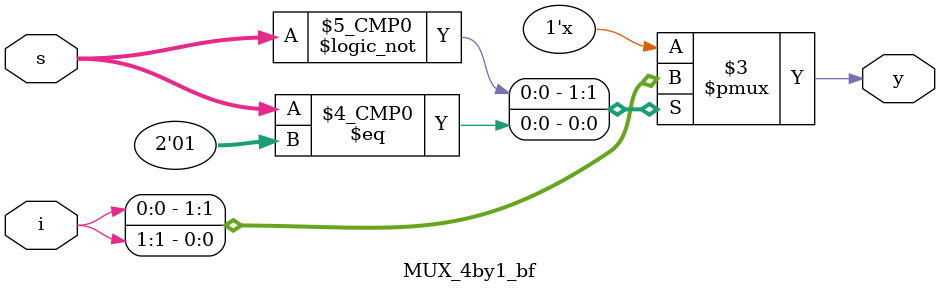
<source format=v>
`timescale 1ns / 1ps


module MUX_4by1_bf(y,s,i);
input [1:0]s;
input [3:0]i;
output reg y;

always @ (s,i)
begin
case(s)   
00:y = i[0];
01:y = i[1];
10:y = i[2];
11:y = i[3];
endcase
end
endmodule


</source>
